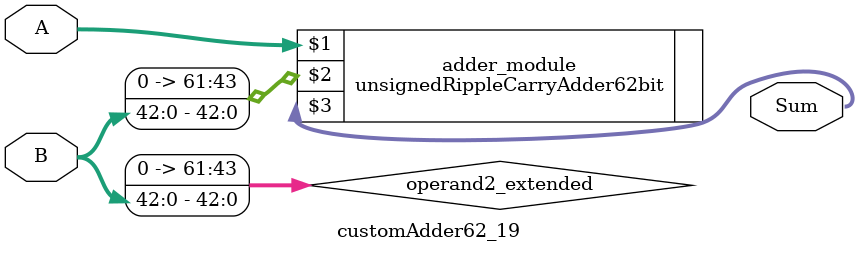
<source format=v>
module customAdder62_19(
                        input [61 : 0] A,
                        input [42 : 0] B,
                        
                        output [62 : 0] Sum
                );

        wire [61 : 0] operand2_extended;
        
        assign operand2_extended =  {19'b0, B};
        
        unsignedRippleCarryAdder62bit adder_module(
            A,
            operand2_extended,
            Sum
        );
        
        endmodule
        
</source>
